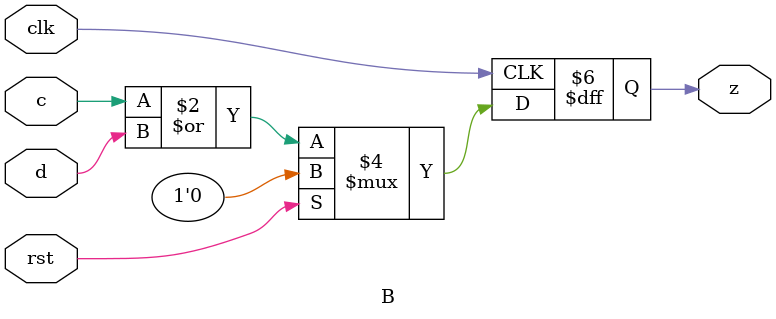
<source format=sv>
module A (
    input logic clk,
    input logic rst,
    input logic a,
    input logic b,
    output logic y
);
    always @(posedge clk) begin
        if (rst) begin
            y <= 1'b0;
        end else begin
            y <= a & b; // Example combinational logic
        end
    end
endmodule

module B (
    input logic clk,
    input logic rst,
    input logic c,
    input logic d,
    output logic z
);
    always @(posedge clk) begin
        if (rst) begin
            z <= 1'b0;
        end else begin
            z <= c | d; // Example combinational logic
        end
    end
endmodule
</source>
